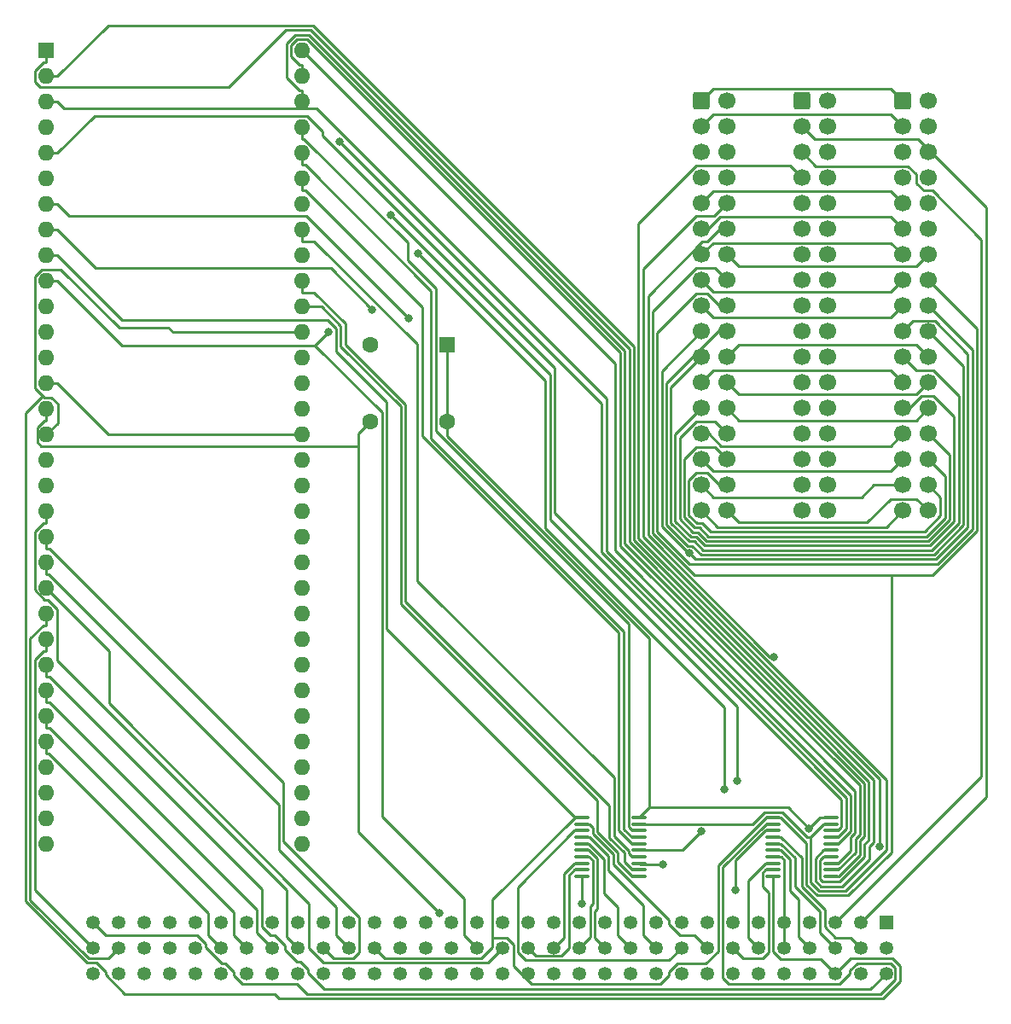
<source format=gbr>
%TF.GenerationSoftware,KiCad,Pcbnew,(6.0.4)*%
%TF.CreationDate,2022-05-02T09:06:26-05:00*%
%TF.ProjectId,cpu_board,6370755f-626f-4617-9264-2e6b69636164,rev?*%
%TF.SameCoordinates,Original*%
%TF.FileFunction,Copper,L1,Top*%
%TF.FilePolarity,Positive*%
%FSLAX46Y46*%
G04 Gerber Fmt 4.6, Leading zero omitted, Abs format (unit mm)*
G04 Created by KiCad (PCBNEW (6.0.4)) date 2022-05-02 09:06:26*
%MOMM*%
%LPD*%
G01*
G04 APERTURE LIST*
G04 Aperture macros list*
%AMRoundRect*
0 Rectangle with rounded corners*
0 $1 Rounding radius*
0 $2 $3 $4 $5 $6 $7 $8 $9 X,Y pos of 4 corners*
0 Add a 4 corners polygon primitive as box body*
4,1,4,$2,$3,$4,$5,$6,$7,$8,$9,$2,$3,0*
0 Add four circle primitives for the rounded corners*
1,1,$1+$1,$2,$3*
1,1,$1+$1,$4,$5*
1,1,$1+$1,$6,$7*
1,1,$1+$1,$8,$9*
0 Add four rect primitives between the rounded corners*
20,1,$1+$1,$2,$3,$4,$5,0*
20,1,$1+$1,$4,$5,$6,$7,0*
20,1,$1+$1,$6,$7,$8,$9,0*
20,1,$1+$1,$8,$9,$2,$3,0*%
G04 Aperture macros list end*
%TA.AperFunction,SMDPad,CuDef*%
%ADD10RoundRect,0.100000X-0.637500X-0.100000X0.637500X-0.100000X0.637500X0.100000X-0.637500X0.100000X0*%
%TD*%
%TA.AperFunction,ComponentPad*%
%ADD11R,1.600000X1.600000*%
%TD*%
%TA.AperFunction,ComponentPad*%
%ADD12C,1.600000*%
%TD*%
%TA.AperFunction,ComponentPad*%
%ADD13RoundRect,0.250000X-0.600000X-0.600000X0.600000X-0.600000X0.600000X0.600000X-0.600000X0.600000X0*%
%TD*%
%TA.AperFunction,ComponentPad*%
%ADD14C,1.700000*%
%TD*%
%TA.AperFunction,ComponentPad*%
%ADD15R,1.350000X1.350000*%
%TD*%
%TA.AperFunction,ComponentPad*%
%ADD16C,1.350000*%
%TD*%
%TA.AperFunction,ComponentPad*%
%ADD17O,1.600000X1.600000*%
%TD*%
%TA.AperFunction,ViaPad*%
%ADD18C,0.800000*%
%TD*%
%TA.AperFunction,Conductor*%
%ADD19C,0.250000*%
%TD*%
G04 APERTURE END LIST*
D10*
%TO.P,U3,1,A->B*%
%TO.N,/CPU_R{slash}W*%
X81137500Y-122075000D03*
%TO.P,U3,2,A0*%
%TO.N,/D8*%
X81137500Y-122725000D03*
%TO.P,U3,3,A1*%
%TO.N,/D9*%
X81137500Y-123375000D03*
%TO.P,U3,4,A2*%
%TO.N,/D10*%
X81137500Y-124025000D03*
%TO.P,U3,5,A3*%
%TO.N,/D11*%
X81137500Y-124675000D03*
%TO.P,U3,6,A4*%
%TO.N,/D12*%
X81137500Y-125325000D03*
%TO.P,U3,7,A5*%
%TO.N,/D13*%
X81137500Y-125975000D03*
%TO.P,U3,8,A6*%
%TO.N,/D14*%
X81137500Y-126625000D03*
%TO.P,U3,9,A7*%
%TO.N,/D15*%
X81137500Y-127275000D03*
%TO.P,U3,10,GND*%
%TO.N,GND*%
X81137500Y-127925000D03*
%TO.P,U3,11,B7*%
%TO.N,/CPU_D15*%
X86862500Y-127925000D03*
%TO.P,U3,12,B6*%
%TO.N,/CPU_D14*%
X86862500Y-127275000D03*
%TO.P,U3,13,B5*%
%TO.N,/CPU_D13*%
X86862500Y-126625000D03*
%TO.P,U3,14,B4*%
%TO.N,/CPU_D12*%
X86862500Y-125975000D03*
%TO.P,U3,15,B3*%
%TO.N,/CPU_D11*%
X86862500Y-125325000D03*
%TO.P,U3,16,B2*%
%TO.N,/CPU_D10*%
X86862500Y-124675000D03*
%TO.P,U3,17,B1*%
%TO.N,/CPU_D9*%
X86862500Y-124025000D03*
%TO.P,U3,18,B0*%
%TO.N,/CPU_D8*%
X86862500Y-123375000D03*
%TO.P,U3,19,CE*%
%TO.N,/~DCO*%
X86862500Y-122725000D03*
%TO.P,U3,20,VCC*%
%TO.N,+5V*%
X86862500Y-122075000D03*
%TD*%
%TO.P,U2,1,A->B*%
%TO.N,/CPU_R{slash}W*%
X100137500Y-122075000D03*
%TO.P,U2,2,A0*%
%TO.N,/D0*%
X100137500Y-122725000D03*
%TO.P,U2,3,A1*%
%TO.N,/D1*%
X100137500Y-123375000D03*
%TO.P,U2,4,A2*%
%TO.N,/D2*%
X100137500Y-124025000D03*
%TO.P,U2,5,A3*%
%TO.N,/D3*%
X100137500Y-124675000D03*
%TO.P,U2,6,A4*%
%TO.N,/D4*%
X100137500Y-125325000D03*
%TO.P,U2,7,A5*%
%TO.N,/D5*%
X100137500Y-125975000D03*
%TO.P,U2,8,A6*%
%TO.N,/D6*%
X100137500Y-126625000D03*
%TO.P,U2,9,A7*%
%TO.N,/D7*%
X100137500Y-127275000D03*
%TO.P,U2,10,GND*%
%TO.N,GND*%
X100137500Y-127925000D03*
%TO.P,U2,11,B7*%
%TO.N,/CPU_D7*%
X105862500Y-127925000D03*
%TO.P,U2,12,B6*%
%TO.N,/CPU_D6*%
X105862500Y-127275000D03*
%TO.P,U2,13,B5*%
%TO.N,/CPU_D5*%
X105862500Y-126625000D03*
%TO.P,U2,14,B4*%
%TO.N,/CPU_D4*%
X105862500Y-125975000D03*
%TO.P,U2,15,B3*%
%TO.N,/CPU_D3*%
X105862500Y-125325000D03*
%TO.P,U2,16,B2*%
%TO.N,/CPU_D2*%
X105862500Y-124675000D03*
%TO.P,U2,17,B1*%
%TO.N,/CPU_D1*%
X105862500Y-124025000D03*
%TO.P,U2,18,B0*%
%TO.N,/CPU_D0*%
X105862500Y-123375000D03*
%TO.P,U2,19,CE*%
%TO.N,/~DCO*%
X105862500Y-122725000D03*
%TO.P,U2,20,VCC*%
%TO.N,+5V*%
X105862500Y-122075000D03*
%TD*%
D11*
%TO.P,X1,1,EN*%
%TO.N,+5V*%
X67810000Y-75190000D03*
D12*
%TO.P,X1,4,GND*%
%TO.N,GND*%
X60190000Y-75190000D03*
%TO.P,X1,5,OUT*%
%TO.N,/CLK*%
X60190000Y-82810000D03*
%TO.P,X1,8,Vcc*%
%TO.N,+5V*%
X67810000Y-82810000D03*
%TD*%
D13*
%TO.P,J2,1,Pin_1*%
%TO.N,/CPU_A1*%
X93000000Y-51000000D03*
D14*
%TO.P,J2,2,Pin_2*%
%TO.N,unconnected-(J2-Pad2)*%
X95540000Y-51000000D03*
%TO.P,J2,3,Pin_3*%
%TO.N,/CPU_A2*%
X93000000Y-53540000D03*
%TO.P,J2,4,Pin_4*%
%TO.N,unconnected-(J2-Pad4)*%
X95540000Y-53540000D03*
%TO.P,J2,5,Pin_5*%
%TO.N,/CPU_A3*%
X93000000Y-56080000D03*
%TO.P,J2,6,Pin_6*%
%TO.N,unconnected-(J2-Pad6)*%
X95540000Y-56080000D03*
%TO.P,J2,7,Pin_7*%
%TO.N,/CPU_A4*%
X93000000Y-58620000D03*
%TO.P,J2,8,Pin_8*%
%TO.N,unconnected-(J2-Pad8)*%
X95540000Y-58620000D03*
%TO.P,J2,9,Pin_9*%
%TO.N,/CPU_A5*%
X93000000Y-61160000D03*
%TO.P,J2,10,Pin_10*%
%TO.N,/~DCO*%
X95540000Y-61160000D03*
%TO.P,J2,11,Pin_11*%
%TO.N,/CPU_A6*%
X93000000Y-63700000D03*
%TO.P,J2,12,Pin_12*%
%TO.N,/~CPU_BERR*%
X95540000Y-63700000D03*
%TO.P,J2,13,Pin_13*%
%TO.N,/CPU_A7*%
X93000000Y-66240000D03*
%TO.P,J2,14,Pin_14*%
%TO.N,/~CPU_DTACK*%
X95540000Y-66240000D03*
%TO.P,J2,15,Pin_15*%
%TO.N,/CPU_A8*%
X93000000Y-68780000D03*
%TO.P,J2,16,Pin_16*%
%TO.N,/CPU_R{slash}W*%
X95540000Y-68780000D03*
%TO.P,J2,17,Pin_17*%
%TO.N,/CPU_A9*%
X93000000Y-71320000D03*
%TO.P,J2,18,Pin_18*%
%TO.N,/~CPU_LDS*%
X95540000Y-71320000D03*
%TO.P,J2,19,Pin_19*%
%TO.N,/CPU_A10*%
X93000000Y-73860000D03*
%TO.P,J2,20,Pin_20*%
%TO.N,/~CPU_UDS*%
X95540000Y-73860000D03*
%TO.P,J2,21,Pin_21*%
%TO.N,/CPU_A11*%
X93000000Y-76400000D03*
%TO.P,J2,22,Pin_22*%
%TO.N,/~CPU_AS*%
X95540000Y-76400000D03*
%TO.P,J2,23,Pin_23*%
%TO.N,/CPU_A12*%
X93000000Y-78940000D03*
%TO.P,J2,24,Pin_24*%
%TO.N,/CPU_A23*%
X95540000Y-78940000D03*
%TO.P,J2,25,Pin_25*%
%TO.N,/CPU_A13*%
X93000000Y-81480000D03*
%TO.P,J2,26,Pin_26*%
%TO.N,/CPU_A22*%
X95540000Y-81480000D03*
%TO.P,J2,27,Pin_27*%
%TO.N,/CPU_A14*%
X93000000Y-84020000D03*
%TO.P,J2,28,Pin_28*%
%TO.N,/CPU_A21*%
X95540000Y-84020000D03*
%TO.P,J2,29,Pin_29*%
%TO.N,/CPU_A15*%
X93000000Y-86560000D03*
%TO.P,J2,30,Pin_30*%
%TO.N,/CPU_A20*%
X95540000Y-86560000D03*
%TO.P,J2,31,Pin_31*%
%TO.N,/CPU_A16*%
X93000000Y-89100000D03*
%TO.P,J2,32,Pin_32*%
%TO.N,/CPU_A19*%
X95540000Y-89100000D03*
%TO.P,J2,33,Pin_33*%
%TO.N,/CPU_A17*%
X93000000Y-91640000D03*
%TO.P,J2,34,Pin_34*%
%TO.N,/CPU_A18*%
X95540000Y-91640000D03*
%TD*%
D15*
%TO.P,J4,A1,A1*%
%TO.N,/BUS_A1*%
X111370000Y-132487500D03*
D16*
%TO.P,J4,A2,A2*%
%TO.N,/BUS_A2*%
X108830000Y-132487500D03*
%TO.P,J4,A3,A3*%
%TO.N,/BUS_A3*%
X106290000Y-132487500D03*
%TO.P,J4,A4,A4*%
%TO.N,/BUS_A4*%
X103750000Y-132487500D03*
%TO.P,J4,A5,A5*%
%TO.N,/BUS_A5*%
X101210000Y-132487500D03*
%TO.P,J4,A6,A6*%
%TO.N,/BUS_A6*%
X98670000Y-132487500D03*
%TO.P,J4,A7,A7*%
%TO.N,/BUS_A7*%
X96130000Y-132487500D03*
%TO.P,J4,A8,A8*%
%TO.N,/BUS_A8*%
X93590000Y-132487500D03*
%TO.P,J4,A9,A9*%
%TO.N,/BUS_A9*%
X91050000Y-132487500D03*
%TO.P,J4,A10,A10*%
%TO.N,/BUS_A10*%
X88510000Y-132487500D03*
%TO.P,J4,A11,A11*%
%TO.N,/BUS_A11*%
X85970000Y-132487500D03*
%TO.P,J4,A12,A12*%
%TO.N,/BUS_A12*%
X83430000Y-132487500D03*
%TO.P,J4,A13,A13*%
%TO.N,/BUS_A13*%
X80890000Y-132487500D03*
%TO.P,J4,A14,A14*%
%TO.N,/BUS_A14*%
X78350000Y-132487500D03*
%TO.P,J4,A15,A15*%
%TO.N,/BUS_A15*%
X75810000Y-132487500D03*
%TO.P,J4,A16,A16*%
%TO.N,/BUS_A16*%
X73270000Y-132487500D03*
%TO.P,J4,A17,A17*%
%TO.N,/BUS_A17*%
X70730000Y-132487500D03*
%TO.P,J4,A18,A18*%
%TO.N,/BUS_A18*%
X68190000Y-132487500D03*
%TO.P,J4,A19,A19*%
%TO.N,/BUS_A19*%
X65650000Y-132487500D03*
%TO.P,J4,A20,A20*%
%TO.N,/BUS_A20*%
X63110000Y-132487500D03*
%TO.P,J4,A21,A21*%
%TO.N,/BUS_A21*%
X60570000Y-132487500D03*
%TO.P,J4,A22,A22*%
%TO.N,/BUS_A22*%
X58030000Y-132487500D03*
%TO.P,J4,A23,A23*%
%TO.N,/BUS_A23*%
X55490000Y-132487500D03*
%TO.P,J4,A24,A24*%
%TO.N,/A24*%
X52950000Y-132487500D03*
%TO.P,J4,A25,A25*%
%TO.N,/A25*%
X50410000Y-132487500D03*
%TO.P,J4,A26,A26*%
%TO.N,/A26*%
X47870000Y-132487500D03*
%TO.P,J4,A27,A27*%
%TO.N,/A27*%
X45330000Y-132487500D03*
%TO.P,J4,A28,A28*%
%TO.N,/A28*%
X42790000Y-132487500D03*
%TO.P,J4,A29,A29*%
%TO.N,/A29*%
X40250000Y-132487500D03*
%TO.P,J4,A30,A30*%
%TO.N,/A30*%
X37710000Y-132487500D03*
%TO.P,J4,A31,A31*%
%TO.N,/A31*%
X35170000Y-132487500D03*
%TO.P,J4,A32,A32*%
%TO.N,/D0*%
X32630000Y-132487500D03*
%TO.P,J4,B1,B1*%
%TO.N,/D1*%
X111370000Y-135027500D03*
%TO.P,J4,B2,B2*%
%TO.N,/D2*%
X108830000Y-135027500D03*
%TO.P,J4,B3,B3*%
%TO.N,/D3*%
X106290000Y-135027500D03*
%TO.P,J4,B4,B4*%
%TO.N,/D4*%
X103750000Y-135027500D03*
%TO.P,J4,B5,B5*%
%TO.N,/D5*%
X101210000Y-135027500D03*
%TO.P,J4,B6,B6*%
%TO.N,/D6*%
X98670000Y-135027500D03*
%TO.P,J4,B7,B7*%
%TO.N,/D7*%
X96130000Y-135027500D03*
%TO.P,J4,B8,B8*%
%TO.N,/D8*%
X93590000Y-135027500D03*
%TO.P,J4,B9,B9*%
%TO.N,/D9*%
X91050000Y-135027500D03*
%TO.P,J4,B10,B10*%
%TO.N,/D10*%
X88510000Y-135027500D03*
%TO.P,J4,B11,B11*%
%TO.N,/D11*%
X85970000Y-135027500D03*
%TO.P,J4,B12,B12*%
%TO.N,/D12*%
X83430000Y-135027500D03*
%TO.P,J4,B13,B13*%
%TO.N,/D13*%
X80890000Y-135027500D03*
%TO.P,J4,B14,B14*%
%TO.N,/D14*%
X78350000Y-135027500D03*
%TO.P,J4,B15,B15*%
%TO.N,/D15*%
X75810000Y-135027500D03*
%TO.P,J4,B16,B16*%
%TO.N,/~CPU_BERR*%
X73270000Y-135027500D03*
%TO.P,J4,B17,B17*%
%TO.N,/~CPU_DTACK*%
X70730000Y-135027500D03*
%TO.P,J4,B18,B18*%
%TO.N,/~CPU_AS*%
X68190000Y-135027500D03*
%TO.P,J4,B19,B19*%
%TO.N,/~CPU_UDS*%
X65650000Y-135027500D03*
%TO.P,J4,B20,B20*%
%TO.N,/~CPU_LDS*%
X63110000Y-135027500D03*
%TO.P,J4,B21,B21*%
%TO.N,/CPU_R{slash}W*%
X60570000Y-135027500D03*
%TO.P,J4,B22,B22*%
%TO.N,/VPA*%
X58030000Y-135027500D03*
%TO.P,J4,B23,B23*%
%TO.N,/E*%
X55490000Y-135027500D03*
%TO.P,J4,B24,B24*%
%TO.N,/~VMA*%
X52950000Y-135027500D03*
%TO.P,J4,B25,B25*%
%TO.N,/FC2*%
X50410000Y-135027500D03*
%TO.P,J4,B26,B26*%
%TO.N,/FC1*%
X47870000Y-135027500D03*
%TO.P,J4,B27,B27*%
%TO.N,/FC0*%
X45330000Y-135027500D03*
%TO.P,J4,B28,B28*%
%TO.N,/~BR*%
X42790000Y-135027500D03*
%TO.P,J4,B29,B29*%
%TO.N,/~BG*%
X40250000Y-135027500D03*
%TO.P,J4,B30,B30*%
%TO.N,/~BGACK*%
X37710000Y-135027500D03*
%TO.P,J4,B31,B31*%
%TO.N,/~IPL2*%
X35170000Y-135027500D03*
%TO.P,J4,B32,B32*%
%TO.N,/~IPL1*%
X32630000Y-135027500D03*
%TO.P,J4,C1,C1*%
%TO.N,/~IPL0*%
X111370000Y-137567500D03*
%TO.P,J4,C2,C2*%
%TO.N,/CLK*%
X108830000Y-137567500D03*
%TO.P,J4,C3,C3*%
%TO.N,GND*%
X106290000Y-137567500D03*
%TO.P,J4,C4,C4*%
%TO.N,+5V*%
X103750000Y-137567500D03*
%TO.P,J4,C5,C5*%
%TO.N,unconnected-(J4-PadC5)*%
X101210000Y-137567500D03*
%TO.P,J4,C6,C6*%
%TO.N,unconnected-(J4-PadC6)*%
X98670000Y-137567500D03*
%TO.P,J4,C7,C7*%
%TO.N,unconnected-(J4-PadC7)*%
X96130000Y-137567500D03*
%TO.P,J4,C8,C8*%
%TO.N,unconnected-(J4-PadC8)*%
X93590000Y-137567500D03*
%TO.P,J4,C9,C9*%
%TO.N,unconnected-(J4-PadC9)*%
X91050000Y-137567500D03*
%TO.P,J4,C10,C10*%
%TO.N,unconnected-(J4-PadC10)*%
X88510000Y-137567500D03*
%TO.P,J4,C11,C11*%
%TO.N,unconnected-(J4-PadC11)*%
X85970000Y-137567500D03*
%TO.P,J4,C12,C12*%
%TO.N,unconnected-(J4-PadC12)*%
X83430000Y-137567500D03*
%TO.P,J4,C13,C13*%
%TO.N,unconnected-(J4-PadC13)*%
X80890000Y-137567500D03*
%TO.P,J4,C14,C14*%
%TO.N,unconnected-(J4-PadC14)*%
X78350000Y-137567500D03*
%TO.P,J4,C15,C15*%
%TO.N,unconnected-(J4-PadC15)*%
X75810000Y-137567500D03*
%TO.P,J4,C16,C16*%
%TO.N,unconnected-(J4-PadC16)*%
X73270000Y-137567500D03*
%TO.P,J4,C17,C17*%
%TO.N,unconnected-(J4-PadC17)*%
X70730000Y-137567500D03*
%TO.P,J4,C18,C18*%
%TO.N,unconnected-(J4-PadC18)*%
X68190000Y-137567500D03*
%TO.P,J4,C19,C19*%
%TO.N,unconnected-(J4-PadC19)*%
X65650000Y-137567500D03*
%TO.P,J4,C20,C20*%
%TO.N,unconnected-(J4-PadC20)*%
X63110000Y-137567500D03*
%TO.P,J4,C21,C21*%
%TO.N,unconnected-(J4-PadC21)*%
X60570000Y-137567500D03*
%TO.P,J4,C22,C22*%
%TO.N,unconnected-(J4-PadC22)*%
X58030000Y-137567500D03*
%TO.P,J4,C23,C23*%
%TO.N,unconnected-(J4-PadC23)*%
X55490000Y-137567500D03*
%TO.P,J4,C24,C24*%
%TO.N,unconnected-(J4-PadC24)*%
X52950000Y-137567500D03*
%TO.P,J4,C25,C25*%
%TO.N,unconnected-(J4-PadC25)*%
X50410000Y-137567500D03*
%TO.P,J4,C26,C26*%
%TO.N,unconnected-(J4-PadC26)*%
X47870000Y-137567500D03*
%TO.P,J4,C27,C27*%
%TO.N,unconnected-(J4-PadC27)*%
X45330000Y-137567500D03*
%TO.P,J4,C28,C28*%
%TO.N,unconnected-(J4-PadC28)*%
X42790000Y-137567500D03*
%TO.P,J4,C29,C29*%
%TO.N,unconnected-(J4-PadC29)*%
X40250000Y-137567500D03*
%TO.P,J4,C30,C30*%
%TO.N,unconnected-(J4-PadC30)*%
X37710000Y-137567500D03*
%TO.P,J4,C31,C31*%
%TO.N,unconnected-(J4-PadC31)*%
X35170000Y-137567500D03*
%TO.P,J4,C32,C32*%
%TO.N,unconnected-(J4-PadC32)*%
X32630000Y-137567500D03*
%TD*%
D11*
%TO.P,U1,1,D4*%
%TO.N,/CPU_D4*%
X28000000Y-46000000D03*
D17*
%TO.P,U1,2,D3*%
%TO.N,/CPU_D3*%
X28000000Y-48540000D03*
%TO.P,U1,3,D2*%
%TO.N,/CPU_D2*%
X28000000Y-51080000D03*
%TO.P,U1,4,D1*%
%TO.N,/CPU_D1*%
X28000000Y-53620000D03*
%TO.P,U1,5,D0*%
%TO.N,/CPU_D0*%
X28000000Y-56160000D03*
%TO.P,U1,6,AS*%
%TO.N,/~CPU_AS*%
X28000000Y-58700000D03*
%TO.P,U1,7,UDS*%
%TO.N,/~CPU_UDS*%
X28000000Y-61240000D03*
%TO.P,U1,8,LDS*%
%TO.N,/~CPU_LDS*%
X28000000Y-63780000D03*
%TO.P,U1,9,R/W*%
%TO.N,/CPU_R{slash}W*%
X28000000Y-66320000D03*
%TO.P,U1,10,DTACK*%
%TO.N,/~CPU_DTACK*%
X28000000Y-68860000D03*
%TO.P,U1,11,BG*%
%TO.N,/~BG*%
X28000000Y-71400000D03*
%TO.P,U1,12,BGACK*%
%TO.N,/~BGACK*%
X28000000Y-73940000D03*
%TO.P,U1,13,BR*%
%TO.N,/~BR*%
X28000000Y-76480000D03*
%TO.P,U1,14,VCC*%
%TO.N,+5V*%
X28000000Y-79020000D03*
%TO.P,U1,15,CLK*%
%TO.N,/CLK*%
X28000000Y-81560000D03*
%TO.P,U1,16,GND*%
%TO.N,GND*%
X28000000Y-84100000D03*
%TO.P,U1,17,HALT*%
%TO.N,/~HALT*%
X28000000Y-86640000D03*
%TO.P,U1,18,RESET*%
%TO.N,/~RESET*%
X28000000Y-89180000D03*
%TO.P,U1,19,VMA*%
%TO.N,/~VMA*%
X28000000Y-91720000D03*
%TO.P,U1,20,E*%
%TO.N,/E*%
X28000000Y-94260000D03*
%TO.P,U1,21,VPA*%
%TO.N,/VPA*%
X28000000Y-96800000D03*
%TO.P,U1,22,BERR*%
%TO.N,/~CPU_BERR*%
X28000000Y-99340000D03*
%TO.P,U1,23,IPL2*%
%TO.N,/~IPL2*%
X28000000Y-101880000D03*
%TO.P,U1,24,IPL1*%
%TO.N,/~IPL1*%
X28000000Y-104420000D03*
%TO.P,U1,25,IPL0*%
%TO.N,/~IPL0*%
X28000000Y-106960000D03*
%TO.P,U1,26,FC2*%
%TO.N,/FC2*%
X28000000Y-109500000D03*
%TO.P,U1,27,FC1*%
%TO.N,/FC1*%
X28000000Y-112040000D03*
%TO.P,U1,28,FC0*%
%TO.N,/FC0*%
X28000000Y-114580000D03*
%TO.P,U1,29,A1*%
%TO.N,/CPU_A1*%
X28000000Y-117120000D03*
%TO.P,U1,30,A2*%
%TO.N,/CPU_A2*%
X28000000Y-119660000D03*
%TO.P,U1,31,A3*%
%TO.N,/CPU_A3*%
X28000000Y-122200000D03*
%TO.P,U1,32,A4*%
%TO.N,/CPU_A4*%
X28000000Y-124740000D03*
%TO.P,U1,33,A5*%
%TO.N,/CPU_A5*%
X53400000Y-124740000D03*
%TO.P,U1,34,A6*%
%TO.N,/CPU_A6*%
X53400000Y-122200000D03*
%TO.P,U1,35,A7*%
%TO.N,/CPU_A7*%
X53400000Y-119660000D03*
%TO.P,U1,36,A8*%
%TO.N,/CPU_A8*%
X53400000Y-117120000D03*
%TO.P,U1,37,A9*%
%TO.N,/CPU_A9*%
X53400000Y-114580000D03*
%TO.P,U1,38,A10*%
%TO.N,/CPU_A10*%
X53400000Y-112040000D03*
%TO.P,U1,39,A11*%
%TO.N,/CPU_A11*%
X53400000Y-109500000D03*
%TO.P,U1,40,A12*%
%TO.N,/CPU_A12*%
X53400000Y-106960000D03*
%TO.P,U1,41,A13*%
%TO.N,/CPU_A13*%
X53400000Y-104420000D03*
%TO.P,U1,42,A14*%
%TO.N,/CPU_A14*%
X53400000Y-101880000D03*
%TO.P,U1,43,A15*%
%TO.N,/CPU_A15*%
X53400000Y-99340000D03*
%TO.P,U1,44,A16*%
%TO.N,/CPU_A16*%
X53400000Y-96800000D03*
%TO.P,U1,45,A17*%
%TO.N,/CPU_A17*%
X53400000Y-94260000D03*
%TO.P,U1,46,A18*%
%TO.N,/CPU_A18*%
X53400000Y-91720000D03*
%TO.P,U1,47,A19*%
%TO.N,/CPU_A19*%
X53400000Y-89180000D03*
%TO.P,U1,48,A20*%
%TO.N,/CPU_A20*%
X53400000Y-86640000D03*
%TO.P,U1,49,VCC*%
%TO.N,+5V*%
X53400000Y-84100000D03*
%TO.P,U1,50,A21*%
%TO.N,/CPU_A21*%
X53400000Y-81560000D03*
%TO.P,U1,51,A22*%
%TO.N,/CPU_A22*%
X53400000Y-79020000D03*
%TO.P,U1,52,A23*%
%TO.N,/CPU_A23*%
X53400000Y-76480000D03*
%TO.P,U1,53,GND*%
%TO.N,GND*%
X53400000Y-73940000D03*
%TO.P,U1,54,D15*%
%TO.N,/CPU_D15*%
X53400000Y-71400000D03*
%TO.P,U1,55,D14*%
%TO.N,/CPU_D14*%
X53400000Y-68860000D03*
%TO.P,U1,56,D13*%
%TO.N,/CPU_D13*%
X53400000Y-66320000D03*
%TO.P,U1,57,D12*%
%TO.N,/CPU_D12*%
X53400000Y-63780000D03*
%TO.P,U1,58,D11*%
%TO.N,/CPU_D11*%
X53400000Y-61240000D03*
%TO.P,U1,59,D10*%
%TO.N,/CPU_D10*%
X53400000Y-58700000D03*
%TO.P,U1,60,D9*%
%TO.N,/CPU_D9*%
X53400000Y-56160000D03*
%TO.P,U1,61,D8*%
%TO.N,/CPU_D8*%
X53400000Y-53620000D03*
%TO.P,U1,62,D7*%
%TO.N,/CPU_D7*%
X53400000Y-51080000D03*
%TO.P,U1,63,D6*%
%TO.N,/CPU_D6*%
X53400000Y-48540000D03*
%TO.P,U1,64,D5*%
%TO.N,/CPU_D5*%
X53400000Y-46000000D03*
%TD*%
D13*
%TO.P,J1,1,Pin_1*%
%TO.N,/BUS_A1*%
X103000000Y-51000000D03*
D14*
%TO.P,J1,2,Pin_2*%
%TO.N,unconnected-(J1-Pad2)*%
X105540000Y-51000000D03*
%TO.P,J1,3,Pin_3*%
%TO.N,/BUS_A2*%
X103000000Y-53540000D03*
%TO.P,J1,4,Pin_4*%
%TO.N,unconnected-(J1-Pad4)*%
X105540000Y-53540000D03*
%TO.P,J1,5,Pin_5*%
%TO.N,/BUS_A3*%
X103000000Y-56080000D03*
%TO.P,J1,6,Pin_6*%
%TO.N,unconnected-(J1-Pad6)*%
X105540000Y-56080000D03*
%TO.P,J1,7,Pin_7*%
%TO.N,/BUS_A4*%
X103000000Y-58620000D03*
%TO.P,J1,8,Pin_8*%
%TO.N,unconnected-(J1-Pad8)*%
X105540000Y-58620000D03*
%TO.P,J1,9,Pin_9*%
%TO.N,/BUS_A5*%
X103000000Y-61160000D03*
%TO.P,J1,10,Pin_10*%
%TO.N,+5V*%
X105540000Y-61160000D03*
%TO.P,J1,11,Pin_11*%
%TO.N,/BUS_A6*%
X103000000Y-63700000D03*
%TO.P,J1,12,Pin_12*%
%TO.N,/~BUS_BERR*%
X105540000Y-63700000D03*
%TO.P,J1,13,Pin_13*%
%TO.N,/BUS_A7*%
X103000000Y-66240000D03*
%TO.P,J1,14,Pin_14*%
%TO.N,/~BUS_DTACK*%
X105540000Y-66240000D03*
%TO.P,J1,15,Pin_15*%
%TO.N,/BUS_A8*%
X103000000Y-68780000D03*
%TO.P,J1,16,Pin_16*%
%TO.N,/BUS_R{slash}W*%
X105540000Y-68780000D03*
%TO.P,J1,17,Pin_17*%
%TO.N,/BUS_A9*%
X103000000Y-71320000D03*
%TO.P,J1,18,Pin_18*%
%TO.N,/~BUS_LDS*%
X105540000Y-71320000D03*
%TO.P,J1,19,Pin_19*%
%TO.N,/BUS_A10*%
X103000000Y-73860000D03*
%TO.P,J1,20,Pin_20*%
%TO.N,/~BUS_UDS*%
X105540000Y-73860000D03*
%TO.P,J1,21,Pin_21*%
%TO.N,/BUS_A11*%
X103000000Y-76400000D03*
%TO.P,J1,22,Pin_22*%
%TO.N,/~BUS_AS*%
X105540000Y-76400000D03*
%TO.P,J1,23,Pin_23*%
%TO.N,/BUS_A12*%
X103000000Y-78940000D03*
%TO.P,J1,24,Pin_24*%
%TO.N,/BUS_A23*%
X105540000Y-78940000D03*
%TO.P,J1,25,Pin_25*%
%TO.N,/BUS_A13*%
X103000000Y-81480000D03*
%TO.P,J1,26,Pin_26*%
%TO.N,/BUS_A22*%
X105540000Y-81480000D03*
%TO.P,J1,27,Pin_27*%
%TO.N,/BUS_A14*%
X103000000Y-84020000D03*
%TO.P,J1,28,Pin_28*%
%TO.N,/BUS_A21*%
X105540000Y-84020000D03*
%TO.P,J1,29,Pin_29*%
%TO.N,/BUS_A15*%
X103000000Y-86560000D03*
%TO.P,J1,30,Pin_30*%
%TO.N,/BUS_A20*%
X105540000Y-86560000D03*
%TO.P,J1,31,Pin_31*%
%TO.N,/BUS_A16*%
X103000000Y-89100000D03*
%TO.P,J1,32,Pin_32*%
%TO.N,/BUS_A19*%
X105540000Y-89100000D03*
%TO.P,J1,33,Pin_33*%
%TO.N,/BUS_A17*%
X103000000Y-91640000D03*
%TO.P,J1,34,Pin_34*%
%TO.N,/BUS_A18*%
X105540000Y-91640000D03*
%TD*%
D13*
%TO.P,J3,1,Pin_1*%
%TO.N,/CPU_A1*%
X113000000Y-51000000D03*
D14*
%TO.P,J3,2,Pin_2*%
%TO.N,unconnected-(J3-Pad2)*%
X115540000Y-51000000D03*
%TO.P,J3,3,Pin_3*%
%TO.N,/CPU_A2*%
X113000000Y-53540000D03*
%TO.P,J3,4,Pin_4*%
%TO.N,unconnected-(J3-Pad4)*%
X115540000Y-53540000D03*
%TO.P,J3,5,Pin_5*%
%TO.N,/CPU_A3*%
X113000000Y-56080000D03*
%TO.P,J3,6,Pin_6*%
%TO.N,unconnected-(J3-Pad6)*%
X115540000Y-56080000D03*
%TO.P,J3,7,Pin_7*%
%TO.N,/CPU_A4*%
X113000000Y-58620000D03*
%TO.P,J3,8,Pin_8*%
%TO.N,unconnected-(J3-Pad8)*%
X115540000Y-58620000D03*
%TO.P,J3,9,Pin_9*%
%TO.N,/CPU_A5*%
X113000000Y-61160000D03*
%TO.P,J3,10,Pin_10*%
%TO.N,unconnected-(J3-Pad10)*%
X115540000Y-61160000D03*
%TO.P,J3,11,Pin_11*%
%TO.N,/CPU_A6*%
X113000000Y-63700000D03*
%TO.P,J3,12,Pin_12*%
%TO.N,/~CPU_BERR*%
X115540000Y-63700000D03*
%TO.P,J3,13,Pin_13*%
%TO.N,/CPU_A7*%
X113000000Y-66240000D03*
%TO.P,J3,14,Pin_14*%
%TO.N,/~CPU_DTACK*%
X115540000Y-66240000D03*
%TO.P,J3,15,Pin_15*%
%TO.N,/CPU_A8*%
X113000000Y-68780000D03*
%TO.P,J3,16,Pin_16*%
%TO.N,/CPU_R{slash}W*%
X115540000Y-68780000D03*
%TO.P,J3,17,Pin_17*%
%TO.N,/CPU_A9*%
X113000000Y-71320000D03*
%TO.P,J3,18,Pin_18*%
%TO.N,/~CPU_LDS*%
X115540000Y-71320000D03*
%TO.P,J3,19,Pin_19*%
%TO.N,/CPU_A10*%
X113000000Y-73860000D03*
%TO.P,J3,20,Pin_20*%
%TO.N,/~CPU_UDS*%
X115540000Y-73860000D03*
%TO.P,J3,21,Pin_21*%
%TO.N,/CPU_A11*%
X113000000Y-76400000D03*
%TO.P,J3,22,Pin_22*%
%TO.N,/~CPU_AS*%
X115540000Y-76400000D03*
%TO.P,J3,23,Pin_23*%
%TO.N,/CPU_A12*%
X113000000Y-78940000D03*
%TO.P,J3,24,Pin_24*%
%TO.N,/CPU_A23*%
X115540000Y-78940000D03*
%TO.P,J3,25,Pin_25*%
%TO.N,/CPU_A13*%
X113000000Y-81480000D03*
%TO.P,J3,26,Pin_26*%
%TO.N,/CPU_A22*%
X115540000Y-81480000D03*
%TO.P,J3,27,Pin_27*%
%TO.N,/CPU_A14*%
X113000000Y-84020000D03*
%TO.P,J3,28,Pin_28*%
%TO.N,/CPU_A21*%
X115540000Y-84020000D03*
%TO.P,J3,29,Pin_29*%
%TO.N,/CPU_A15*%
X113000000Y-86560000D03*
%TO.P,J3,30,Pin_30*%
%TO.N,/CPU_A20*%
X115540000Y-86560000D03*
%TO.P,J3,31,Pin_31*%
%TO.N,/CPU_A16*%
X113000000Y-89100000D03*
%TO.P,J3,32,Pin_32*%
%TO.N,/CPU_A19*%
X115540000Y-89100000D03*
%TO.P,J3,33,Pin_33*%
%TO.N,/CPU_A17*%
X113000000Y-91640000D03*
%TO.P,J3,34,Pin_34*%
%TO.N,/CPU_A18*%
X115540000Y-91640000D03*
%TD*%
D18*
%TO.N,/CPU_D11*%
X62218700Y-62348800D03*
X96559300Y-118411800D03*
X92975200Y-123462800D03*
%TO.N,/CPU_D13*%
X64927600Y-66099300D03*
X95297200Y-119250800D03*
X89166500Y-126725400D03*
%TO.N,/CPU_D1*%
X57106900Y-55059200D03*
%TO.N,GND*%
X81166000Y-130659400D03*
%TO.N,/CLK*%
X67034500Y-131538600D03*
%TO.N,/D1*%
X96434700Y-129249500D03*
%TO.N,/~CPU_UDS*%
X64008800Y-72557000D03*
%TO.N,/CPU_A10*%
X91817200Y-95860000D03*
%TO.N,/~CPU_LDS*%
X60362500Y-71726300D03*
%TO.N,/~CPU_DTACK*%
X56039100Y-73892000D03*
%TO.N,/~CPU_BERR*%
X100204000Y-106157600D03*
%TO.N,+5V*%
X103673200Y-123141500D03*
%TO.N,/BUS_A4*%
X110683000Y-124933000D03*
%TD*%
D19*
%TO.N,/CPU_D5*%
X106595400Y-126625000D02*
X105862500Y-126625000D01*
X107849800Y-125370600D02*
X106595400Y-126625000D01*
X107849800Y-124021200D02*
X107849800Y-125370600D01*
X108285500Y-123585500D02*
X107849800Y-124021200D01*
X108285500Y-119429500D02*
X108285500Y-123585500D01*
X84422700Y-95566700D02*
X108285500Y-119429500D01*
X84422700Y-77022700D02*
X84422700Y-95566700D01*
X53400000Y-46000000D02*
X84422700Y-77022700D01*
%TO.N,/CPU_D6*%
X53400000Y-48540000D02*
X53400000Y-47414700D01*
X106582300Y-127275000D02*
X105862500Y-127275000D01*
X108303000Y-125554300D02*
X106582300Y-127275000D01*
X108303000Y-124204900D02*
X108303000Y-125554300D01*
X108735800Y-123772100D02*
X108303000Y-124204900D01*
X108735800Y-118899800D02*
X108735800Y-123772100D01*
X84965200Y-95129200D02*
X108735800Y-118899800D01*
X84965200Y-75971300D02*
X84965200Y-95129200D01*
X53853100Y-44859200D02*
X84965200Y-75971300D01*
X52882100Y-44859200D02*
X53853100Y-44859200D01*
X52274700Y-45466600D02*
X52882100Y-44859200D01*
X52274700Y-46570800D02*
X52274700Y-45466600D01*
X53118600Y-47414700D02*
X52274700Y-46570800D01*
X53400000Y-47414700D02*
X53118600Y-47414700D01*
%TO.N,/CPU_D7*%
X53400000Y-51080000D02*
X53400000Y-49954700D01*
X106623100Y-127925000D02*
X105862500Y-127925000D01*
X108753300Y-125794800D02*
X106623100Y-127925000D01*
X108753300Y-124391500D02*
X108753300Y-125794800D01*
X109186100Y-123958700D02*
X108753300Y-124391500D01*
X109186100Y-118713200D02*
X109186100Y-123958700D01*
X85415500Y-94942600D02*
X109186100Y-118713200D01*
X85415500Y-75784700D02*
X85415500Y-94942600D01*
X54039700Y-44408900D02*
X85415500Y-75784700D01*
X52695500Y-44408900D02*
X54039700Y-44408900D01*
X51819300Y-45285100D02*
X52695500Y-44408900D01*
X51819300Y-48655300D02*
X51819300Y-45285100D01*
X53118700Y-49954700D02*
X51819300Y-48655300D01*
X53400000Y-49954700D02*
X53118700Y-49954700D01*
%TO.N,/CPU_D8*%
X53400000Y-53620000D02*
X53400000Y-54745300D01*
X53589400Y-54745300D02*
X53400000Y-54745300D01*
X63870600Y-65026500D02*
X53589400Y-54745300D01*
X63870600Y-66824700D02*
X63870600Y-65026500D01*
X66659800Y-69613900D02*
X63870600Y-66824700D01*
X66659800Y-83754300D02*
X66659800Y-69613900D01*
X85788200Y-102882700D02*
X66659800Y-83754300D01*
X85788200Y-123025700D02*
X85788200Y-102882700D01*
X86137500Y-123375000D02*
X85788200Y-123025700D01*
X86862500Y-123375000D02*
X86137500Y-123375000D01*
%TO.N,/CPU_D9*%
X53400000Y-56160000D02*
X53400000Y-57285300D01*
X53681300Y-57285300D02*
X53400000Y-57285300D01*
X66209400Y-69813400D02*
X53681300Y-57285300D01*
X66209400Y-84467900D02*
X66209400Y-69813400D01*
X85337900Y-103596400D02*
X66209400Y-84467900D01*
X85337900Y-123225100D02*
X85337900Y-103596400D01*
X86137800Y-124025000D02*
X85337900Y-123225100D01*
X86862500Y-124025000D02*
X86137800Y-124025000D01*
%TO.N,/CPU_D10*%
X86135700Y-124675000D02*
X86862500Y-124675000D01*
X84801400Y-123340700D02*
X86135700Y-124675000D01*
X84801400Y-103696800D02*
X84801400Y-123340700D01*
X65308400Y-84203800D02*
X84801400Y-103696800D01*
X65308400Y-71452400D02*
X65308400Y-84203800D01*
X53681300Y-59825300D02*
X65308400Y-71452400D01*
X53400000Y-59825300D02*
X53681300Y-59825300D01*
X53400000Y-58700000D02*
X53400000Y-59825300D01*
%TO.N,/CPU_D11*%
X91113000Y-125325000D02*
X86862500Y-125325000D01*
X92975200Y-123462800D02*
X91113000Y-125325000D01*
X96559300Y-111106200D02*
X96559300Y-118411800D01*
X78000600Y-92547500D02*
X96559300Y-111106200D01*
X78000600Y-78130700D02*
X78000600Y-92547500D01*
X62218700Y-62348800D02*
X78000600Y-78130700D01*
%TO.N,/CPU_D12*%
X53400000Y-63780000D02*
X53400000Y-64905300D01*
X86147000Y-125975000D02*
X86862500Y-125975000D01*
X85797700Y-125625700D02*
X86147000Y-125975000D01*
X85797700Y-125354600D02*
X85797700Y-125625700D01*
X84351000Y-123907900D02*
X85797700Y-125354600D01*
X84351000Y-118138000D02*
X84351000Y-123907900D01*
X64803500Y-98590500D02*
X84351000Y-118138000D01*
X64803500Y-75116300D02*
X64803500Y-98590500D01*
X54592500Y-64905300D02*
X64803500Y-75116300D01*
X53400000Y-64905300D02*
X54592500Y-64905300D01*
%TO.N,/CPU_D13*%
X86962900Y-126725400D02*
X86862500Y-126625000D01*
X89166500Y-126725400D02*
X86962900Y-126725400D01*
X95297200Y-111117900D02*
X95297200Y-119250800D01*
X77550300Y-93371000D02*
X95297200Y-111117900D01*
X77550300Y-78722000D02*
X77550300Y-93371000D01*
X64927600Y-66099300D02*
X77550300Y-78722000D01*
%TO.N,/CPU_D14*%
X53400000Y-68860000D02*
X53400000Y-69985300D01*
X54565000Y-69985300D02*
X53400000Y-69985300D01*
X57678700Y-73099000D02*
X54565000Y-69985300D01*
X57678700Y-75158400D02*
X57678700Y-73099000D01*
X63646500Y-81126200D02*
X57678700Y-75158400D01*
X63646500Y-100620600D02*
X63646500Y-81126200D01*
X83900700Y-120874800D02*
X63646500Y-100620600D01*
X83900700Y-124094500D02*
X83900700Y-120874800D01*
X85347400Y-125541200D02*
X83900700Y-124094500D01*
X85347400Y-126500800D02*
X85347400Y-125541200D01*
X86121600Y-127275000D02*
X85347400Y-126500800D01*
X86862500Y-127275000D02*
X86121600Y-127275000D01*
%TO.N,/CPU_D15*%
X55337900Y-71400000D02*
X54525300Y-71400000D01*
X57228400Y-73290500D02*
X55337900Y-71400000D01*
X57228400Y-75345000D02*
X57228400Y-73290500D01*
X63196200Y-81312800D02*
X57228400Y-75345000D01*
X63196200Y-100914100D02*
X63196200Y-81312800D01*
X82705500Y-120423400D02*
X63196200Y-100914100D01*
X82705500Y-123536200D02*
X82705500Y-120423400D01*
X84704200Y-125534900D02*
X82705500Y-123536200D01*
X84704200Y-126496300D02*
X84704200Y-125534900D01*
X86132900Y-127925000D02*
X84704200Y-126496300D01*
X86862500Y-127925000D02*
X86132900Y-127925000D01*
X53400000Y-71400000D02*
X54525300Y-71400000D01*
%TO.N,/CPU_D0*%
X106585300Y-123375000D02*
X105862500Y-123375000D01*
X106934600Y-123025700D02*
X106585300Y-123375000D01*
X106934600Y-120304100D02*
X106934600Y-123025700D01*
X78451000Y-91820500D02*
X106934600Y-120304100D01*
X78451000Y-77434400D02*
X78451000Y-91820500D01*
X55428200Y-54411600D02*
X78451000Y-77434400D01*
X55428200Y-54042200D02*
X55428200Y-54411600D01*
X53851800Y-52465800D02*
X55428200Y-54042200D01*
X32819500Y-52465800D02*
X53851800Y-52465800D01*
X29125300Y-56160000D02*
X32819500Y-52465800D01*
X28000000Y-56160000D02*
X29125300Y-56160000D01*
%TO.N,/CPU_D1*%
X106572200Y-124025000D02*
X105862500Y-124025000D01*
X107384900Y-123212300D02*
X106572200Y-124025000D01*
X107384900Y-120096500D02*
X107384900Y-123212300D01*
X83071800Y-95783400D02*
X107384900Y-120096500D01*
X83071800Y-81024100D02*
X83071800Y-95783400D01*
X57106900Y-55059200D02*
X83071800Y-81024100D01*
%TO.N,/CPU_D2*%
X28000000Y-51080000D02*
X29125300Y-51080000D01*
X106559100Y-124675000D02*
X105862500Y-124675000D01*
X107835200Y-123398900D02*
X106559100Y-124675000D01*
X107835200Y-119909900D02*
X107835200Y-123398900D01*
X83581200Y-95655900D02*
X107835200Y-119909900D01*
X83581200Y-80507700D02*
X83581200Y-95655900D01*
X54794800Y-51721300D02*
X83581200Y-80507700D01*
X29766600Y-51721300D02*
X54794800Y-51721300D01*
X29125300Y-51080000D02*
X29766600Y-51721300D01*
%TO.N,/CPU_D3*%
X28000000Y-48540000D02*
X29125300Y-48540000D01*
X105111100Y-125325000D02*
X105862500Y-125325000D01*
X104320900Y-126115200D02*
X105111100Y-125325000D01*
X104320900Y-128362100D02*
X104320900Y-126115200D01*
X104863100Y-128904300D02*
X104320900Y-128362100D01*
X106997700Y-128904300D02*
X104863100Y-128904300D01*
X109653900Y-126248100D02*
X106997700Y-128904300D01*
X109653900Y-124936400D02*
X109653900Y-126248100D01*
X110086700Y-124503600D02*
X109653900Y-124936400D01*
X110086700Y-118340000D02*
X110086700Y-124503600D01*
X86316100Y-94569400D02*
X110086700Y-118340000D01*
X86316100Y-75371900D02*
X86316100Y-94569400D01*
X54442200Y-43498000D02*
X86316100Y-75371900D01*
X34167300Y-43498000D02*
X54442200Y-43498000D01*
X29125300Y-48540000D02*
X34167300Y-43498000D01*
%TO.N,/CPU_D4*%
X28000000Y-46000000D02*
X28000000Y-47125300D01*
X105105300Y-125975000D02*
X105862500Y-125975000D01*
X104771700Y-126308600D02*
X105105300Y-125975000D01*
X104771700Y-128176000D02*
X104771700Y-126308600D01*
X105049700Y-128454000D02*
X104771700Y-128176000D01*
X106736700Y-128454000D02*
X105049700Y-128454000D01*
X109203600Y-125987100D02*
X106736700Y-128454000D01*
X109203600Y-124749800D02*
X109203600Y-125987100D01*
X109636400Y-124317000D02*
X109203600Y-124749800D01*
X109636400Y-118526600D02*
X109636400Y-124317000D01*
X85865800Y-94756000D02*
X109636400Y-118526600D01*
X85865800Y-75558500D02*
X85865800Y-94756000D01*
X54265900Y-43958600D02*
X85865800Y-75558500D01*
X51748800Y-43958600D02*
X54265900Y-43958600D01*
X46099900Y-49607500D02*
X51748800Y-43958600D01*
X27415100Y-49607500D02*
X46099900Y-49607500D01*
X26874700Y-49067100D02*
X27415100Y-49607500D01*
X26874700Y-47969200D02*
X26874700Y-49067100D01*
X27718600Y-47125300D02*
X26874700Y-47969200D01*
X28000000Y-47125300D02*
X27718600Y-47125300D01*
%TO.N,/D5*%
X100925300Y-125975000D02*
X100137500Y-125975000D01*
X101225800Y-126275500D02*
X100925300Y-125975000D01*
X101225800Y-135011700D02*
X101225800Y-126275500D01*
X101210000Y-135027500D02*
X101225800Y-135011700D01*
%TO.N,/D6*%
X99397300Y-126625000D02*
X100137500Y-126625000D01*
X97658700Y-128363600D02*
X99397300Y-126625000D01*
X97658700Y-134016200D02*
X97658700Y-128363600D01*
X98670000Y-135027500D02*
X97658700Y-134016200D01*
%TO.N,/D7*%
X99384200Y-127275000D02*
X100137500Y-127275000D01*
X99066500Y-127592700D02*
X99384200Y-127275000D01*
X99066500Y-128924500D02*
X99066500Y-127592700D01*
X99687100Y-129545100D02*
X99066500Y-128924500D01*
X99687100Y-135437700D02*
X99687100Y-129545100D01*
X99090800Y-136034000D02*
X99687100Y-135437700D01*
X97136500Y-136034000D02*
X99090800Y-136034000D01*
X96130000Y-135027500D02*
X97136500Y-136034000D01*
%TO.N,/D8*%
X81901600Y-122725000D02*
X81137500Y-122725000D01*
X82240500Y-123063900D02*
X81901600Y-122725000D01*
X82240500Y-123708200D02*
X82240500Y-123063900D01*
X84253900Y-125721600D02*
X82240500Y-123708200D01*
X84253900Y-126707100D02*
X84253900Y-125721600D01*
X89780000Y-132233200D02*
X84253900Y-126707100D01*
X89780000Y-132660000D02*
X89780000Y-132233200D01*
X90877500Y-133757500D02*
X89780000Y-132660000D01*
X92320000Y-133757500D02*
X90877500Y-133757500D01*
X93590000Y-135027500D02*
X92320000Y-133757500D01*
%TO.N,/D9*%
X80433400Y-123375000D02*
X81137500Y-123375000D01*
X74809600Y-128998800D02*
X80433400Y-123375000D01*
X74809600Y-135470800D02*
X74809600Y-128998800D01*
X75587300Y-136248500D02*
X74809600Y-135470800D01*
X89829000Y-136248500D02*
X75587300Y-136248500D01*
X91050000Y-135027500D02*
X89829000Y-136248500D01*
%TO.N,/D10*%
X81920400Y-124025000D02*
X81137500Y-124025000D01*
X83803600Y-125908200D02*
X81920400Y-124025000D01*
X83803600Y-127360600D02*
X83803600Y-125908200D01*
X87240000Y-130797000D02*
X83803600Y-127360600D01*
X87240000Y-133757500D02*
X87240000Y-130797000D01*
X88510000Y-135027500D02*
X87240000Y-133757500D01*
%TO.N,/D11*%
X81834000Y-124675000D02*
X81137500Y-124675000D01*
X83353200Y-126194200D02*
X81834000Y-124675000D01*
X83353200Y-129583100D02*
X83353200Y-126194200D01*
X84700000Y-130929900D02*
X83353200Y-129583100D01*
X84700000Y-133757500D02*
X84700000Y-130929900D01*
X85970000Y-135027500D02*
X84700000Y-133757500D01*
%TO.N,/D12*%
X81847100Y-125325000D02*
X81137500Y-125325000D01*
X82680900Y-126158800D02*
X81847100Y-125325000D01*
X82680900Y-131125700D02*
X82680900Y-126158800D01*
X82413100Y-131393500D02*
X82680900Y-131125700D01*
X82413100Y-134010600D02*
X82413100Y-131393500D01*
X83430000Y-135027500D02*
X82413100Y-134010600D01*
%TO.N,/D13*%
X81962600Y-133954900D02*
X80890000Y-135027500D01*
X81962600Y-130888800D02*
X81962600Y-133954900D01*
X82217300Y-130634100D02*
X81962600Y-130888800D01*
X82217300Y-126357300D02*
X82217300Y-130634100D01*
X81835000Y-125975000D02*
X82217300Y-126357300D01*
X81137500Y-125975000D02*
X81835000Y-125975000D01*
%TO.N,/D14*%
X80428000Y-126625000D02*
X81137500Y-126625000D01*
X79391700Y-127661300D02*
X80428000Y-126625000D01*
X79391700Y-133985800D02*
X79391700Y-127661300D01*
X78350000Y-135027500D02*
X79391700Y-133985800D01*
%TO.N,/D15*%
X80414900Y-127275000D02*
X81137500Y-127275000D01*
X79842100Y-127847800D02*
X80414900Y-127275000D01*
X79842100Y-135024100D02*
X79842100Y-127847800D01*
X79080800Y-135785400D02*
X79842100Y-135024100D01*
X76567900Y-135785400D02*
X79080800Y-135785400D01*
X75810000Y-135027500D02*
X76567900Y-135785400D01*
%TO.N,/FC0*%
X28000000Y-114580000D02*
X28000000Y-115705300D01*
X28203600Y-115705300D02*
X28000000Y-115705300D01*
X44060000Y-131561700D02*
X28203600Y-115705300D01*
X44060000Y-133757500D02*
X44060000Y-131561700D01*
X45330000Y-135027500D02*
X44060000Y-133757500D01*
%TO.N,/FC1*%
X46600000Y-133757500D02*
X47870000Y-135027500D01*
X46600000Y-131484000D02*
X46600000Y-133757500D01*
X28281300Y-113165300D02*
X46600000Y-131484000D01*
X28000000Y-113165300D02*
X28281300Y-113165300D01*
X28000000Y-112040000D02*
X28000000Y-113165300D01*
%TO.N,/FC2*%
X48870400Y-133487900D02*
X50410000Y-135027500D01*
X48870400Y-131214400D02*
X48870400Y-133487900D01*
X28281300Y-110625300D02*
X48870400Y-131214400D01*
X28000000Y-110625300D02*
X28281300Y-110625300D01*
X28000000Y-109500000D02*
X28000000Y-110625300D01*
%TO.N,/~IPL0*%
X28000000Y-106960000D02*
X28000000Y-108085300D01*
X109812300Y-139125200D02*
X111370000Y-137567500D01*
X55598700Y-139125200D02*
X109812300Y-139125200D01*
X53950400Y-137476900D02*
X55598700Y-139125200D01*
X53950400Y-137148200D02*
X53950400Y-137476900D01*
X53197800Y-136395600D02*
X53950400Y-137148200D01*
X52878000Y-136395600D02*
X53197800Y-136395600D01*
X51680000Y-135197600D02*
X52878000Y-136395600D01*
X51680000Y-134791500D02*
X51680000Y-135197600D01*
X50646000Y-133757500D02*
X51680000Y-134791500D01*
X50249000Y-133757500D02*
X50646000Y-133757500D01*
X49409600Y-132918100D02*
X50249000Y-133757500D01*
X49409600Y-129213600D02*
X49409600Y-132918100D01*
X28281300Y-108085300D02*
X49409600Y-129213600D01*
X28000000Y-108085300D02*
X28281300Y-108085300D01*
%TO.N,/~IPL1*%
X26865600Y-129263100D02*
X32630000Y-135027500D01*
X26865600Y-106398400D02*
X26865600Y-129263100D01*
X27718700Y-105545300D02*
X26865600Y-106398400D01*
X28000000Y-105545300D02*
X27718700Y-105545300D01*
X28000000Y-104420000D02*
X28000000Y-105545300D01*
%TO.N,/~IPL2*%
X28000000Y-101880000D02*
X28000000Y-103005300D01*
X34162900Y-136034600D02*
X35170000Y-135027500D01*
X32188500Y-136034600D02*
X34162900Y-136034600D01*
X26415200Y-130261300D02*
X32188500Y-136034600D01*
X26415200Y-104308800D02*
X26415200Y-130261300D01*
X27718700Y-103005300D02*
X26415200Y-104308800D01*
X28000000Y-103005300D02*
X27718700Y-103005300D01*
%TO.N,/VPA*%
X28000000Y-96800000D02*
X28000000Y-97925300D01*
X56760000Y-133757500D02*
X58030000Y-135027500D01*
X56760000Y-130981600D02*
X56760000Y-133757500D01*
X51076800Y-125298400D02*
X56760000Y-130981600D01*
X51076800Y-120797600D02*
X51076800Y-125298400D01*
X28204500Y-97925300D02*
X51076800Y-120797600D01*
X28000000Y-97925300D02*
X28204500Y-97925300D01*
%TO.N,/E*%
X56505600Y-136043100D02*
X55490000Y-135027500D01*
X58440600Y-136043100D02*
X56505600Y-136043100D01*
X59036200Y-135447500D02*
X58440600Y-136043100D01*
X59036200Y-131984100D02*
X59036200Y-135447500D01*
X51527100Y-124475000D02*
X59036200Y-131984100D01*
X51527100Y-118631100D02*
X51527100Y-124475000D01*
X28281300Y-95385300D02*
X51527100Y-118631100D01*
X28000000Y-95385300D02*
X28281300Y-95385300D01*
X28000000Y-94260000D02*
X28000000Y-95385300D01*
%TO.N,/~VMA*%
X28000000Y-91720000D02*
X28000000Y-92845300D01*
X51860800Y-133938300D02*
X52950000Y-135027500D01*
X51860800Y-129266700D02*
X51860800Y-133938300D01*
X29125400Y-106531300D02*
X51860800Y-129266700D01*
X29125400Y-101413800D02*
X29125400Y-106531300D01*
X28177000Y-100465400D02*
X29125400Y-101413800D01*
X27843700Y-100465400D02*
X28177000Y-100465400D01*
X26872000Y-99493700D02*
X27843700Y-100465400D01*
X26872000Y-93692000D02*
X26872000Y-99493700D01*
X27718700Y-92845300D02*
X26872000Y-93692000D01*
X28000000Y-92845300D02*
X27718700Y-92845300D01*
%TO.N,GND*%
X100137500Y-135396300D02*
X100137500Y-127925000D01*
X100858000Y-136116800D02*
X100137500Y-135396300D01*
X104839300Y-136116800D02*
X100858000Y-136116800D01*
X106290000Y-137567500D02*
X104839300Y-136116800D01*
X29127100Y-82972900D02*
X28000000Y-84100000D01*
X29127100Y-81048100D02*
X29127100Y-82972900D01*
X28513600Y-80434600D02*
X29127100Y-81048100D01*
X27777600Y-80434600D02*
X28513600Y-80434600D01*
X27629100Y-80286000D02*
X27777600Y-80434600D01*
X26858500Y-79515500D02*
X27629100Y-80286000D01*
X26858500Y-68379800D02*
X26858500Y-79515500D01*
X27551600Y-67686700D02*
X26858500Y-68379800D01*
X29447300Y-67686700D02*
X27551600Y-67686700D01*
X35250400Y-73489800D02*
X29447300Y-67686700D01*
X40129900Y-73489800D02*
X35250400Y-73489800D01*
X40580100Y-73940000D02*
X40129900Y-73489800D01*
X53400000Y-73940000D02*
X40580100Y-73940000D01*
X81137500Y-130630900D02*
X81166000Y-130659400D01*
X81137500Y-127925000D02*
X81137500Y-130630900D01*
X106916000Y-136941500D02*
X106290000Y-137567500D01*
X106916100Y-136941500D02*
X106916000Y-136941500D01*
X107789500Y-136068100D02*
X106916100Y-136941500D01*
X111962000Y-136068100D02*
X107789500Y-136068100D01*
X112736700Y-136842800D02*
X111962000Y-136068100D01*
X112736700Y-138299500D02*
X112736700Y-136842800D01*
X111010300Y-140025900D02*
X112736700Y-138299500D01*
X51135900Y-140025900D02*
X111010300Y-140025900D01*
X50685600Y-139575600D02*
X51135900Y-140025900D01*
X35762900Y-139575600D02*
X50685600Y-139575600D01*
X33885500Y-137698200D02*
X35762900Y-139575600D01*
X33885500Y-137408200D02*
X33885500Y-137698200D01*
X32969000Y-136491700D02*
X33885500Y-137408200D01*
X32008700Y-136491700D02*
X32969000Y-136491700D01*
X25926300Y-130409300D02*
X32008700Y-136491700D01*
X25926300Y-81988800D02*
X25926300Y-130409300D01*
X27629100Y-80286000D02*
X25926300Y-81988800D01*
%TO.N,/CLK*%
X28000000Y-81560000D02*
X28000000Y-82685300D01*
X27516800Y-85232500D02*
X58978800Y-85232500D01*
X27099400Y-84815100D02*
X27516800Y-85232500D01*
X27099400Y-83382800D02*
X27099400Y-84815100D01*
X27796900Y-82685300D02*
X27099400Y-83382800D01*
X28000000Y-82685300D02*
X27796900Y-82685300D01*
X58978800Y-84021200D02*
X58978800Y-85232500D01*
X60190000Y-82810000D02*
X58978800Y-84021200D01*
X58978800Y-123482900D02*
X67034500Y-131538600D01*
X58978800Y-85232500D02*
X58978800Y-123482900D01*
%TO.N,/D0*%
X99411900Y-122725000D02*
X100137500Y-122725000D01*
X95125400Y-127011500D02*
X99411900Y-122725000D01*
X95125400Y-138031100D02*
X95125400Y-127011500D01*
X95712800Y-138618500D02*
X95125400Y-138031100D01*
X106718200Y-138618500D02*
X95712800Y-138618500D01*
X107722700Y-137614000D02*
X106718200Y-138618500D01*
X107722700Y-137260200D02*
X107722700Y-137614000D01*
X108464500Y-136518400D02*
X107722700Y-137260200D01*
X111775400Y-136518400D02*
X108464500Y-136518400D01*
X112241700Y-136984700D02*
X111775400Y-136518400D01*
X112241700Y-138157600D02*
X112241700Y-136984700D01*
X110823700Y-139575600D02*
X112241700Y-138157600D01*
X53858600Y-139575600D02*
X110823700Y-139575600D01*
X52850900Y-138567900D02*
X53858600Y-139575600D01*
X47420500Y-138567900D02*
X52850900Y-138567900D01*
X46600000Y-137747400D02*
X47420500Y-138567900D01*
X46600000Y-137374300D02*
X46600000Y-137747400D01*
X45792800Y-136567100D02*
X46600000Y-137374300D01*
X45425800Y-136567100D02*
X45792800Y-136567100D01*
X43790400Y-134931700D02*
X45425800Y-136567100D01*
X43790400Y-134577800D02*
X43790400Y-134931700D01*
X42970100Y-133757500D02*
X43790400Y-134577800D01*
X33900000Y-133757500D02*
X42970100Y-133757500D01*
X32630000Y-132487500D02*
X33900000Y-133757500D01*
%TO.N,/D1*%
X99398800Y-123375000D02*
X100137500Y-123375000D01*
X96434700Y-126339100D02*
X99398800Y-123375000D01*
X96434700Y-129249500D02*
X96434700Y-126339100D01*
%TO.N,/D2*%
X107785100Y-133982600D02*
X108830000Y-135027500D01*
X106338000Y-133982600D02*
X107785100Y-133982600D01*
X105245600Y-132890200D02*
X106338000Y-133982600D01*
X105245600Y-131197500D02*
X105245600Y-132890200D01*
X102970000Y-128921900D02*
X105245600Y-131197500D01*
X102970000Y-126102100D02*
X102970000Y-128921900D01*
X100892900Y-124025000D02*
X102970000Y-126102100D01*
X100137500Y-124025000D02*
X100892900Y-124025000D01*
%TO.N,/D3*%
X104750400Y-133487900D02*
X106290000Y-135027500D01*
X104750400Y-131436300D02*
X104750400Y-133487900D01*
X102295200Y-128981100D02*
X104750400Y-131436300D01*
X102295200Y-126071100D02*
X102295200Y-128981100D01*
X100899100Y-124675000D02*
X102295200Y-126071100D01*
X100137500Y-124675000D02*
X100899100Y-124675000D01*
%TO.N,/D4*%
X100912200Y-125325000D02*
X100137500Y-125325000D01*
X101844800Y-126257600D02*
X100912200Y-125325000D01*
X101844800Y-129329700D02*
X101844800Y-126257600D01*
X102691900Y-130176800D02*
X101844800Y-129329700D01*
X102691900Y-133969400D02*
X102691900Y-130176800D01*
X103750000Y-135027500D02*
X102691900Y-133969400D01*
%TO.N,/CPU_A18*%
X96723900Y-92823900D02*
X95540000Y-91640000D01*
X109469400Y-92823900D02*
X96723900Y-92823900D01*
X111832700Y-90460600D02*
X109469400Y-92823900D01*
X114360600Y-90460600D02*
X111832700Y-90460600D01*
X115540000Y-91640000D02*
X114360600Y-90460600D01*
%TO.N,/CPU_A17*%
X94637700Y-93277700D02*
X93000000Y-91640000D01*
X111362300Y-93277700D02*
X94637700Y-93277700D01*
X113000000Y-91640000D02*
X111362300Y-93277700D01*
%TO.N,/CPU_A19*%
X94782700Y-89100000D02*
X95540000Y-89100000D01*
X93574300Y-87891600D02*
X94782700Y-89100000D01*
X92504900Y-87891600D02*
X93574300Y-87891600D01*
X91772400Y-88624100D02*
X92504900Y-87891600D01*
X91772400Y-92112000D02*
X91772400Y-88624100D01*
X92543600Y-92883200D02*
X91772400Y-92112000D01*
X93050700Y-92883200D02*
X92543600Y-92883200D01*
X93906200Y-93738700D02*
X93050700Y-92883200D01*
X115148200Y-93738700D02*
X93906200Y-93738700D01*
X116744100Y-92142800D02*
X115148200Y-93738700D01*
X116744100Y-90304100D02*
X116744100Y-92142800D01*
X115540000Y-89100000D02*
X116744100Y-90304100D01*
%TO.N,/CPU_A16*%
X94190600Y-90290600D02*
X93000000Y-89100000D01*
X108914100Y-90290600D02*
X94190600Y-90290600D01*
X110104700Y-89100000D02*
X108914100Y-90290600D01*
X113000000Y-89100000D02*
X110104700Y-89100000D01*
%TO.N,/CPU_A20*%
X94346200Y-85366200D02*
X95540000Y-86560000D01*
X92507600Y-85366200D02*
X94346200Y-85366200D01*
X91322100Y-86551700D02*
X92507600Y-85366200D01*
X91322100Y-92298600D02*
X91322100Y-86551700D01*
X92357000Y-93333500D02*
X91322100Y-92298600D01*
X92864100Y-93333500D02*
X92357000Y-93333500D01*
X93719600Y-94189000D02*
X92864100Y-93333500D01*
X115334800Y-94189000D02*
X93719600Y-94189000D01*
X117194400Y-92329400D02*
X115334800Y-94189000D01*
X117194400Y-88214400D02*
X117194400Y-92329400D01*
X115540000Y-86560000D02*
X117194400Y-88214400D01*
%TO.N,/CPU_A15*%
X94183300Y-87743300D02*
X93000000Y-86560000D01*
X111816700Y-87743300D02*
X94183300Y-87743300D01*
X113000000Y-86560000D02*
X111816700Y-87743300D01*
%TO.N,/CPU_A21*%
X94351200Y-82831200D02*
X95540000Y-84020000D01*
X92462400Y-82831200D02*
X94351200Y-82831200D01*
X90871800Y-84421800D02*
X92462400Y-82831200D01*
X90871800Y-92485200D02*
X90871800Y-84421800D01*
X92170400Y-93783800D02*
X90871800Y-92485200D01*
X92677500Y-93783800D02*
X92170400Y-93783800D01*
X93533000Y-94639300D02*
X92677500Y-93783800D01*
X115521400Y-94639300D02*
X93533000Y-94639300D01*
X117644700Y-92516000D02*
X115521400Y-94639300D01*
X117644700Y-86124700D02*
X117644700Y-92516000D01*
X115540000Y-84020000D02*
X117644700Y-86124700D01*
%TO.N,/CPU_A14*%
X93757300Y-84020000D02*
X93000000Y-84020000D01*
X94965600Y-85228300D02*
X93757300Y-84020000D01*
X111791700Y-85228300D02*
X94965600Y-85228300D01*
X113000000Y-84020000D02*
X111791700Y-85228300D01*
%TO.N,/CPU_A22*%
X96730700Y-82670700D02*
X95540000Y-81480000D01*
X114349300Y-82670700D02*
X96730700Y-82670700D01*
X115540000Y-81480000D02*
X114349300Y-82670700D01*
%TO.N,/CPU_A13*%
X90421500Y-84058500D02*
X93000000Y-81480000D01*
X90421500Y-92671800D02*
X90421500Y-84058500D01*
X91983800Y-94234100D02*
X90421500Y-92671800D01*
X92490900Y-94234100D02*
X91983800Y-94234100D01*
X93346400Y-95089600D02*
X92490900Y-94234100D01*
X115708000Y-95089600D02*
X93346400Y-95089600D01*
X118095000Y-92702600D02*
X115708000Y-95089600D01*
X118095000Y-82322200D02*
X118095000Y-92702600D01*
X116060900Y-80288100D02*
X118095000Y-82322200D01*
X114859700Y-80288100D02*
X116060900Y-80288100D01*
X113667800Y-81480000D02*
X114859700Y-80288100D01*
X113000000Y-81480000D02*
X113667800Y-81480000D01*
%TO.N,/CPU_A23*%
X96720600Y-80120600D02*
X95540000Y-78940000D01*
X114359400Y-80120600D02*
X96720600Y-80120600D01*
X115540000Y-78940000D02*
X114359400Y-80120600D01*
%TO.N,/CPU_A12*%
X94185500Y-77754500D02*
X93000000Y-78940000D01*
X111814500Y-77754500D02*
X94185500Y-77754500D01*
X113000000Y-78940000D02*
X111814500Y-77754500D01*
%TO.N,/~CPU_AS*%
X96730600Y-75209400D02*
X95540000Y-76400000D01*
X114349400Y-75209400D02*
X96730600Y-75209400D01*
X115540000Y-76400000D02*
X114349400Y-75209400D01*
%TO.N,/CPU_A11*%
X89971200Y-79428800D02*
X93000000Y-76400000D01*
X89971200Y-92858400D02*
X89971200Y-79428800D01*
X91797200Y-94684400D02*
X89971200Y-92858400D01*
X92304300Y-94684400D02*
X91797200Y-94684400D01*
X93159800Y-95539900D02*
X92304300Y-94684400D01*
X115894600Y-95539900D02*
X93159800Y-95539900D01*
X118545300Y-92889200D02*
X115894600Y-95539900D01*
X118545300Y-80269300D02*
X118545300Y-92889200D01*
X116030700Y-77754700D02*
X118545300Y-80269300D01*
X114354700Y-77754700D02*
X116030700Y-77754700D01*
X113000000Y-76400000D02*
X114354700Y-77754700D01*
%TO.N,/~CPU_UDS*%
X28000000Y-61240000D02*
X29125300Y-61240000D01*
X53817100Y-62365300D02*
X64008800Y-72557000D01*
X30250600Y-62365300D02*
X53817100Y-62365300D01*
X29125300Y-61240000D02*
X30250600Y-62365300D01*
X94688000Y-73860000D02*
X95540000Y-73860000D01*
X89520900Y-79027100D02*
X94688000Y-73860000D01*
X89520900Y-93045000D02*
X89520900Y-79027100D01*
X91610600Y-95134700D02*
X89520900Y-93045000D01*
X92117700Y-95134700D02*
X91610600Y-95134700D01*
X92973200Y-95990200D02*
X92117700Y-95134700D01*
X116081200Y-95990200D02*
X92973200Y-95990200D01*
X118995600Y-93075800D02*
X116081200Y-95990200D01*
X118995600Y-77315600D02*
X118995600Y-93075800D01*
X115540000Y-73860000D02*
X118995600Y-77315600D01*
%TO.N,/CPU_A10*%
X91699000Y-95860000D02*
X91817200Y-95860000D01*
X89070600Y-93231600D02*
X91699000Y-95860000D01*
X89070600Y-77789400D02*
X89070600Y-93231600D01*
X93000000Y-73860000D02*
X89070600Y-77789400D01*
X114029400Y-72830600D02*
X113000000Y-73860000D01*
X116181600Y-72830600D02*
X114029400Y-72830600D01*
X119445900Y-76094900D02*
X116181600Y-72830600D01*
X119445900Y-93262400D02*
X119445900Y-76094900D01*
X116267800Y-96440500D02*
X119445900Y-93262400D01*
X92397700Y-96440500D02*
X116267800Y-96440500D01*
X91817200Y-95860000D02*
X92397700Y-96440500D01*
%TO.N,/~CPU_LDS*%
X94782700Y-71320000D02*
X95540000Y-71320000D01*
X93574900Y-70112200D02*
X94782700Y-71320000D01*
X92486200Y-70112200D02*
X93574900Y-70112200D01*
X88620300Y-73978100D02*
X92486200Y-70112200D01*
X88620300Y-93689100D02*
X88620300Y-73978100D01*
X91827200Y-96896000D02*
X88620300Y-93689100D01*
X116449200Y-96896000D02*
X91827200Y-96896000D01*
X119896200Y-93449000D02*
X116449200Y-96896000D01*
X119896200Y-75676200D02*
X119896200Y-93449000D01*
X115540000Y-71320000D02*
X119896200Y-75676200D01*
X28000000Y-63780000D02*
X29125300Y-63780000D01*
X32935300Y-67590000D02*
X29125300Y-63780000D01*
X56226200Y-67590000D02*
X32935300Y-67590000D01*
X60362500Y-71726300D02*
X56226200Y-67590000D01*
%TO.N,/CPU_A9*%
X94180600Y-72500600D02*
X93000000Y-71320000D01*
X111819400Y-72500600D02*
X94180600Y-72500600D01*
X113000000Y-71320000D02*
X111819400Y-72500600D01*
%TO.N,/CPU_R{slash}W*%
X81137500Y-122075000D02*
X80437400Y-122075000D01*
X28000000Y-66320000D02*
X29125300Y-66320000D01*
X35488200Y-72682900D02*
X29125300Y-66320000D01*
X55919700Y-72682900D02*
X35488200Y-72682900D01*
X56778100Y-73541300D02*
X55919700Y-72682900D01*
X56778100Y-75882900D02*
X56778100Y-73541300D01*
X61765800Y-80870600D02*
X56778100Y-75882900D01*
X61765800Y-103403400D02*
X61765800Y-80870600D01*
X80437400Y-122075000D02*
X61765800Y-103403400D01*
X73662600Y-133989300D02*
X72268300Y-133989300D01*
X74358200Y-134684900D02*
X73662600Y-133989300D01*
X74358200Y-136837000D02*
X74358200Y-134684900D01*
X76122500Y-138601300D02*
X74358200Y-136837000D01*
X88939500Y-138601300D02*
X76122500Y-138601300D01*
X89780100Y-137760700D02*
X88939500Y-138601300D01*
X89780100Y-137393600D02*
X89780100Y-137760700D01*
X90606500Y-136567200D02*
X89780100Y-137393600D01*
X93472900Y-136567200D02*
X90606500Y-136567200D01*
X94675000Y-135365100D02*
X93472900Y-136567200D01*
X94675000Y-126811900D02*
X94675000Y-135365100D01*
X99411900Y-122075000D02*
X94675000Y-126811900D01*
X100137500Y-122075000D02*
X99411900Y-122075000D01*
X72268300Y-130244100D02*
X72268300Y-133989300D01*
X80437400Y-122075000D02*
X72268300Y-130244100D01*
X61585600Y-136043100D02*
X60570000Y-135027500D01*
X71198000Y-136043100D02*
X61585600Y-136043100D01*
X72268300Y-134972800D02*
X71198000Y-136043100D01*
X72268300Y-133989300D02*
X72268300Y-134972800D01*
X111858600Y-125540200D02*
X111858600Y-97997900D01*
X107593900Y-129804900D02*
X111858600Y-125540200D01*
X104489900Y-129804900D02*
X107593900Y-129804900D01*
X103420300Y-128735300D02*
X104489900Y-129804900D01*
X103420300Y-124622200D02*
X103420300Y-128735300D01*
X100873100Y-122075000D02*
X103420300Y-124622200D01*
X100137500Y-122075000D02*
X100873100Y-122075000D01*
X92292200Y-97997900D02*
X111858600Y-97997900D01*
X88170000Y-93875700D02*
X92292200Y-97997900D01*
X88170000Y-71912800D02*
X88170000Y-93875700D01*
X92497800Y-67585000D02*
X88170000Y-71912800D01*
X94345000Y-67585000D02*
X92497800Y-67585000D01*
X95540000Y-68780000D02*
X94345000Y-67585000D01*
X120346500Y-73586500D02*
X115540000Y-68780000D01*
X120346500Y-93635600D02*
X120346500Y-73586500D01*
X115984200Y-97997900D02*
X120346500Y-93635600D01*
X111858600Y-97997900D02*
X115984200Y-97997900D01*
%TO.N,/CPU_A8*%
X94183500Y-69963500D02*
X93000000Y-68780000D01*
X111816500Y-69963500D02*
X94183500Y-69963500D01*
X113000000Y-68780000D02*
X111816500Y-69963500D01*
%TO.N,/~CPU_DTACK*%
X96717200Y-67417200D02*
X95540000Y-66240000D01*
X114362800Y-67417200D02*
X96717200Y-67417200D01*
X115540000Y-66240000D02*
X114362800Y-67417200D01*
X28000000Y-68860000D02*
X29125300Y-68860000D01*
X56039100Y-73892000D02*
X54693700Y-75237400D01*
X35502700Y-75237400D02*
X54693700Y-75237400D01*
X29125300Y-68860000D02*
X35502700Y-75237400D01*
X69460000Y-133757500D02*
X70730000Y-135027500D01*
X69460000Y-130140400D02*
X69460000Y-133757500D01*
X61315400Y-121995800D02*
X69460000Y-130140400D01*
X61315400Y-81859100D02*
X61315400Y-121995800D01*
X54693700Y-75237400D02*
X61315400Y-81859100D01*
%TO.N,/CPU_A7*%
X94177300Y-65062700D02*
X93000000Y-66240000D01*
X111822700Y-65062700D02*
X94177300Y-65062700D01*
X113000000Y-66240000D02*
X111822700Y-65062700D01*
%TO.N,/~CPU_BERR*%
X94903100Y-63700000D02*
X95540000Y-63700000D01*
X93633100Y-64970000D02*
X94903100Y-63700000D01*
X93068200Y-64970000D02*
X93633100Y-64970000D01*
X87719700Y-70318500D02*
X93068200Y-64970000D01*
X87719700Y-94062300D02*
X87719700Y-70318500D01*
X99815000Y-106157600D02*
X87719700Y-94062300D01*
X100204000Y-106157600D02*
X99815000Y-106157600D01*
X34208200Y-105548200D02*
X28000000Y-99340000D01*
X34208200Y-110771500D02*
X34208200Y-105548200D01*
X54060700Y-130624000D02*
X34208200Y-110771500D01*
X54060700Y-135049700D02*
X54060700Y-130624000D01*
X55504500Y-136493500D02*
X54060700Y-135049700D01*
X71804000Y-136493500D02*
X55504500Y-136493500D01*
X73270000Y-135027500D02*
X71804000Y-136493500D01*
%TO.N,/CPU_A6*%
X111797100Y-62497100D02*
X113000000Y-63700000D01*
X94849800Y-62497100D02*
X111797100Y-62497100D01*
X93646900Y-63700000D02*
X94849800Y-62497100D01*
X93000000Y-63700000D02*
X93646900Y-63700000D01*
%TO.N,/~DCO*%
X105148300Y-122725000D02*
X105862500Y-122725000D01*
X103870600Y-124002700D02*
X105148300Y-122725000D01*
X103508700Y-124002700D02*
X103870600Y-124002700D01*
X101054000Y-121548000D02*
X103508700Y-124002700D01*
X99289200Y-121548000D02*
X101054000Y-121548000D01*
X98112200Y-122725000D02*
X99289200Y-121548000D01*
X86862500Y-122725000D02*
X98112200Y-122725000D01*
X94270000Y-62430000D02*
X95540000Y-61160000D01*
X92518300Y-62430000D02*
X94270000Y-62430000D01*
X87269400Y-67678900D02*
X92518300Y-62430000D01*
X87269400Y-94248900D02*
X87269400Y-67678900D01*
X111408300Y-118387800D02*
X87269400Y-94248900D01*
X111408300Y-125301000D02*
X111408300Y-118387800D01*
X107354700Y-129354600D02*
X111408300Y-125301000D01*
X104676500Y-129354600D02*
X107354700Y-129354600D01*
X103870600Y-128548700D02*
X104676500Y-129354600D01*
X103870600Y-124002700D02*
X103870600Y-128548700D01*
%TO.N,/CPU_A5*%
X94184400Y-59975600D02*
X93000000Y-61160000D01*
X111815600Y-59975600D02*
X94184400Y-59975600D01*
X113000000Y-61160000D02*
X111815600Y-59975600D01*
%TO.N,/CPU_A2*%
X94190600Y-52349400D02*
X93000000Y-53540000D01*
X111809400Y-52349400D02*
X94190600Y-52349400D01*
X113000000Y-53540000D02*
X111809400Y-52349400D01*
%TO.N,/CPU_A1*%
X94186300Y-49813700D02*
X93000000Y-51000000D01*
X111813700Y-49813700D02*
X94186300Y-49813700D01*
X113000000Y-51000000D02*
X111813700Y-49813700D01*
%TO.N,+5V*%
X53400000Y-84100000D02*
X52274700Y-84100000D01*
X34205300Y-84100000D02*
X52274700Y-84100000D01*
X29125300Y-79020000D02*
X34205300Y-84100000D01*
X28000000Y-79020000D02*
X29125300Y-79020000D01*
X104739700Y-122075000D02*
X105862500Y-122075000D01*
X103673200Y-123141500D02*
X104739700Y-122075000D01*
X67810000Y-75190000D02*
X67810000Y-82810000D01*
X87839900Y-104297500D02*
X87839900Y-121097600D01*
X67810000Y-84267600D02*
X87839900Y-104297500D01*
X67810000Y-82810000D02*
X67810000Y-84267600D01*
X101629300Y-121097600D02*
X87839900Y-121097600D01*
X103673200Y-123141500D02*
X101629300Y-121097600D01*
X87839900Y-121097600D02*
X86862500Y-122075000D01*
%TO.N,/BUS_A4*%
X110683000Y-118299400D02*
X110683000Y-124933000D01*
X86766500Y-94382900D02*
X110683000Y-118299400D01*
X86766500Y-63163900D02*
X86766500Y-94382900D01*
X92505400Y-57425000D02*
X86766500Y-63163900D01*
X101805000Y-57425000D02*
X92505400Y-57425000D01*
X103000000Y-58620000D02*
X101805000Y-57425000D01*
%TO.N,/BUS_A3*%
X104364600Y-57444600D02*
X103000000Y-56080000D01*
X113525600Y-57444600D02*
X104364600Y-57444600D01*
X114364600Y-58283600D02*
X113525600Y-57444600D01*
X114364600Y-59145600D02*
X114364600Y-58283600D01*
X115109000Y-59890000D02*
X114364600Y-59145600D01*
X115933100Y-59890000D02*
X115109000Y-59890000D01*
X120796800Y-64753700D02*
X115933100Y-59890000D01*
X120796800Y-117980700D02*
X120796800Y-64753700D01*
X106290000Y-132487500D02*
X120796800Y-117980700D01*
%TO.N,/BUS_A2*%
X104270000Y-54810000D02*
X103000000Y-53540000D01*
X114510300Y-54810000D02*
X104270000Y-54810000D01*
X121247100Y-61546800D02*
X114510300Y-54810000D01*
X121247100Y-120070400D02*
X121247100Y-61546800D01*
X108830000Y-132487500D02*
X121247100Y-120070400D01*
%TD*%
M02*

</source>
